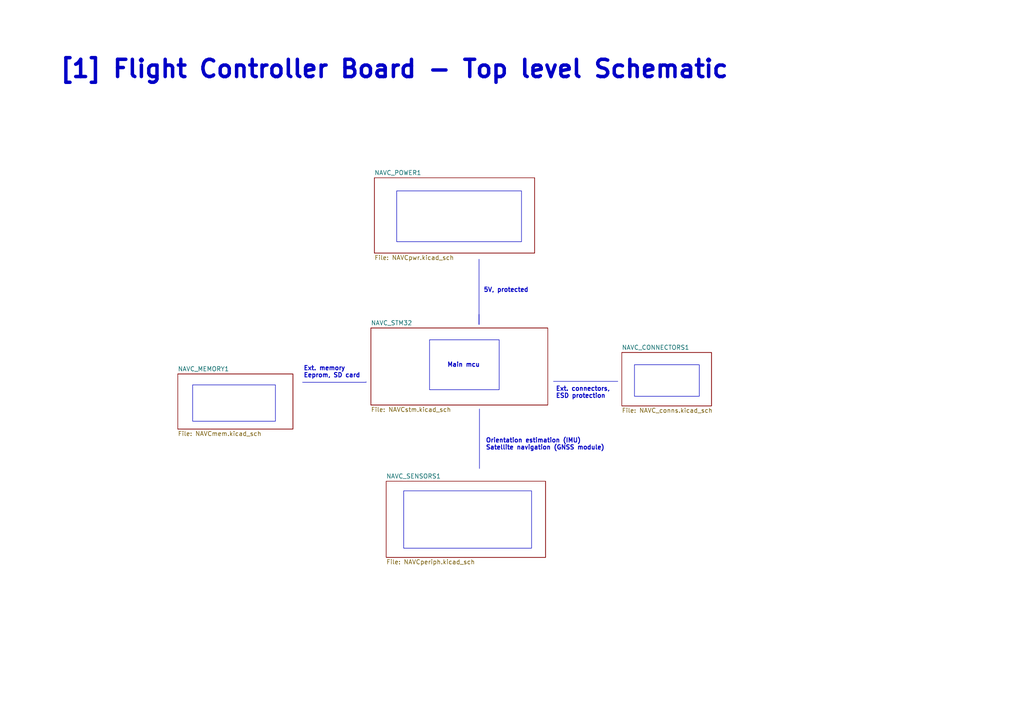
<source format=kicad_sch>
(kicad_sch (version 20230121) (generator eeschema)
  (paper "A4")
  (title_block (title "NAVIGATION CONTROL BLOCK SCHEM") (date "2023-09-30") (company "Adam Iwachów "))
  (lib_symbols)
  (polyline (pts (xy 138.938 91.186) (xy 138.938 94.107)))
  (polyline (pts (xy 139.065 118.618) (xy 139.065 135.89)))
  (polyline (pts (xy 138.938 75.184) (xy 138.938 94.107)))
  (polyline (pts (xy 160.528 110.617) (xy 179.197 110.617)))
  (polyline (pts (xy 87.757 110.871) (xy 106.172 110.871)))
  (polyline (pts (xy 106.172 110.744) (xy 106.172 110.871)))
  (rectangle (start 184.023 105.791) (end 202.819 114.935))
  (rectangle (start 115.062 55.372) (end 151.257 70.104))
  (rectangle (start 55.88 111.633) (end 79.883 122.174))
  (rectangle (start 117.094 142.367) (end 154.178 159.004))
  (rectangle (start 124.587 98.552) (end 144.78 113.03))
  (text "Ext. memory \nEeprom, SD card\n" (at 88.011 109.728 0) (effects (font (size 1.27 1.27) bold) (justify left bottom)))
  (text "[1] Flight Controller Board - Top level Schematic" (at 17.018 23.114 0) (effects (font (size 5 5) bold) (justify left bottom)))
  (text "Orientation estimation (IMU) \nSatellite navigation (GNSS module) " (at 140.843 130.683 0) (effects (font (size 1.27 1.27) bold) (justify left bottom)))
  (text "Main mcu \n" (at 129.667 106.68 0) (effects (font (size 1.27 1.27) bold) (justify left bottom)))
  (text "Ext. connectors, \nESD protection" (at 161.163 115.697 0) (effects (font (size 1.27 1.27) bold) (justify left bottom)))
  (text "5V, protected \n" (at 140.208 84.963 0) (effects (font (size 1.27 1.27) (thickness 0.254) bold) (justify left bottom)))
  (sheet (at 112.014 139.573) (size 46.228 22.098) (stroke (width 0.1524))
    (property "Sheetname" "NAVC_SENSORS1" (at 112.014 138.8614 0) (effects (justify left bottom)))
    (property "Sheetfile" "NAVCperiph.kicad_sch" (at 112.014 162.2556 0) (effects (justify left top)))
  )
  (sheet (at 107.569 95.123) (size 51.308 22.352) (stroke (width 0.1524))
    (property "Sheetname" "NAVC_STM32 " (at 107.569 94.4114 0) (effects (justify left bottom)))
    (property "Sheetfile" "NAVCstm.kicad_sch" (at 107.569 118.0596 0) (effects (justify left top)))
  )
  (sheet (at 180.34 102.235) (size 26.035 15.494) (stroke (width 0.1524))
    (property "Sheetname" "NAVC_CONNECTORS1" (at 180.34 101.5234 0) (effects (justify left bottom)))
    (property "Sheetfile" "NAVC_conns.kicad_sch" (at 180.34 118.3136 0) (effects (justify left top)))
  )
  (sheet (at 108.585 51.562) (size 46.482 21.844) (stroke (width 0.1524))
    (property "Sheetname" "NAVC_POWER1" (at 108.585 50.8504 0) (effects (justify left bottom)))
    (property "Sheetfile" "NAVCpwr.kicad_sch" (at 108.585 73.9906 0) (effects (justify left top)))
  )
  (sheet (at 51.562 108.458) (size 33.401 16.002) (stroke (width 0.1524))
    (property "Sheetname" "NAVC_MEMORY1" (at 51.562 107.7464 0) (effects (justify left bottom)))
    (property "Sheetfile" "NAVCmem.kicad_sch" (at 51.562 125.0446 0) (effects (justify left top)))
  )
)
</source>
